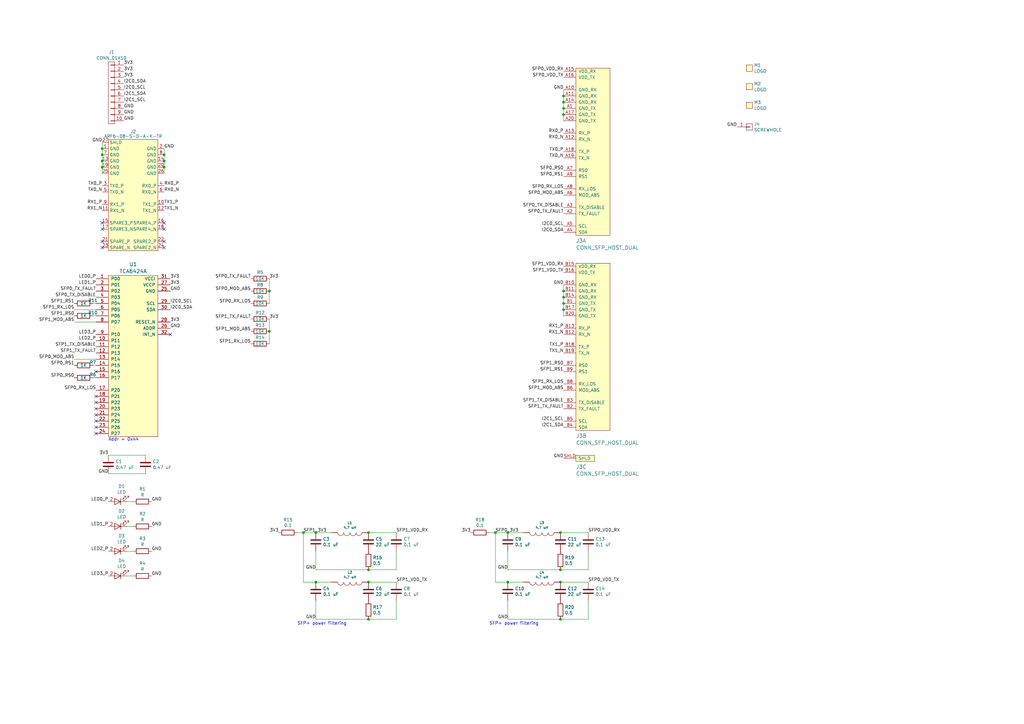
<source format=kicad_sch>
(kicad_sch (version 20231120) (generator "eeschema") (generator_version "8.0")
  (paper "A3")
  (title_block (title "Dual SFP28 to ARF6/PicoBlade") (date "2025-05-31") (rev "0.1") (company "Antikernel Labs") (comment 1 "Andrew D. Zonenberg"))
  (lib_symbols
    (symbol "conn:CONN_01X01" (pin_names (offset 1.016) hide)
      (property "Reference" "J" (at 0 2.54 0))
      (property "Value" "CONN_01X01" (at 2.54 0 90))
      (symbol "CONN_01X01_0_1"
        (rectangle (start -1.27 0.127) (end 0.254 -0.127))
        (rectangle (start -1.27 1.27) (end 1.27 -1.27))
      )
      (symbol "CONN_01X01_1_1"
        (pin passive line (at -5.08 0 0) (length 3.81) (name "P1") (number "1"))
      )
    )
    (symbol "conn:CONN_01X10" (pin_names (offset 1.016) hide)
      (property "Reference" "J" (at 0 13.97 0))
      (property "Value" "CONN_01X10" (at 2.54 0 90))
      (symbol "CONN_01X10_0_1"
        (rectangle (start -1.27 -11.303) (end 0.254 -11.557))
        (rectangle (start -1.27 -8.763) (end 0.254 -9.017))
        (rectangle (start -1.27 -6.223) (end 0.254 -6.477))
        (rectangle (start -1.27 -3.683) (end 0.254 -3.937))
        (rectangle (start -1.27 -1.143) (end 0.254 -1.397))
        (rectangle (start -1.27 1.397) (end 0.254 1.143))
        (rectangle (start -1.27 3.937) (end 0.254 3.683))
        (rectangle (start -1.27 6.477) (end 0.254 6.223))
        (rectangle (start -1.27 9.017) (end 0.254 8.763))
        (rectangle (start -1.27 11.557) (end 0.254 11.303))
        (rectangle (start -1.27 12.7) (end 1.27 -12.7))
      )
      (symbol "CONN_01X10_1_1"
        (pin passive line (at -5.08 11.43 0) (length 3.81) (name "P1") (number "1"))
        (pin passive line (at -5.08 -11.43 0) (length 3.81) (name "P10") (number "10"))
        (pin passive line (at -5.08 8.89 0) (length 3.81) (name "P2") (number "2"))
        (pin passive line (at -5.08 6.35 0) (length 3.81) (name "P3") (number "3"))
        (pin passive line (at -5.08 3.81 0) (length 3.81) (name "P4") (number "4"))
        (pin passive line (at -5.08 1.27 0) (length 3.81) (name "P5") (number "5"))
        (pin passive line (at -5.08 -1.27 0) (length 3.81) (name "P6") (number "6"))
        (pin passive line (at -5.08 -3.81 0) (length 3.81) (name "P7") (number "7"))
        (pin passive line (at -5.08 -6.35 0) (length 3.81) (name "P8") (number "8"))
        (pin passive line (at -5.08 -8.89 0) (length 3.81) (name "P9") (number "9"))
      )
    )
    (symbol "device:C" (pin_numbers hide) (pin_names (offset 0.254))
      (property "Reference" "C" (at 0.635 2.54 0))
      (property "Value" "C" (at 0.635 -2.54 0))
      (symbol "C_0_1"
        (polyline (pts (xy -2.032 -0.762) (xy 2.032 -0.762)) (stroke (width 0.508)))
        (polyline (pts (xy -2.032 0.762) (xy 2.032 0.762)) (stroke (width 0.508)))
      )
      (symbol "C_1_1"
        (pin passive line (at 0 3.81 270) (length 2.794) (name "~") (number "1"))
        (pin passive line (at 0 -3.81 90) (length 2.794) (name "~") (number "2"))
      )
    )
    (symbol "device:LED" (pin_names (offset 1.016) hide)
      (property "Reference" "D" (at 0 2.54 0))
      (property "Value" "LED" (at 0 -2.54 0))
      (symbol "LED_0_1"
        (polyline (pts (xy -1.27 -1.27) (xy -1.27 1.27)) (stroke (width 0.2032)))
        (polyline (pts (xy -1.27 0) (xy 1.27 0)))
        (polyline (pts (xy 1.27 -1.27) (xy 1.27 1.27) (xy -1.27 0) (xy 1.27 -1.27)) (stroke (width 0.2032)))
        (polyline (pts (xy -3.048 -0.762) (xy -4.572 -2.286) (xy -3.81 -2.286) (xy -4.572 -2.286) (xy -4.572 -1.524)))
        (polyline (pts (xy -1.778 -0.762) (xy -3.302 -2.286) (xy -2.54 -2.286) (xy -3.302 -2.286) (xy -3.302 -1.524)))
      )
      (symbol "LED_1_1"
        (pin passive line (at -3.81 0 0) (length 2.54) (name "K") (number "1"))
        (pin passive line (at 3.81 0 180) (length 2.54) (name "A") (number "2"))
      )
    )
    (symbol "device:R" (pin_numbers hide) (pin_names (offset 0))
      (property "Reference" "R" (at 2.032 0 90))
      (property "Value" "R" (at 0 0 90))
      (symbol "R_0_1"
        (rectangle (start -1.016 -2.54) (end 1.016 2.54) (stroke (width 0.254)))
      )
      (symbol "R_1_1"
        (pin passive line (at 0 3.81 270) (length 1.27) (name "~") (number "1"))
        (pin passive line (at 0 -3.81 90) (length 1.27) (name "~") (number "2"))
      )
    )
    (symbol "passive-azonenberg:INDUCTOR_PWROUT" (pin_numbers hide) (pin_names (offset 1.016) hide)
      (property "Reference" "L" (at -1.27 0 90))
      (property "Value" "INDUCTOR_PWROUT" (at 2.54 0 90))
      (symbol "INDUCTOR_PWROUT_0_1"
        (arc (start 0.0254 -5.0546) (mid 1.245 -3.7973) (end 0.0254 -2.54))
        (arc (start 0.0254 -2.5146) (mid 1.2704 -1.2319) (end 0.0254 0.0508))
        (arc (start 0.0254 0.0254) (mid 1.2704 1.3081) (end 0.0254 2.5908))
        (arc (start 0.0254 2.5654) (mid 1.1942 3.7719) (end 0.0254 4.9784))
      )
      (symbol "INDUCTOR_PWROUT_1_1"
        (pin power_out line (at 0 7.62 270) (length 2.54) (name "1") (number "1"))
        (pin passive line (at 0 -7.62 90) (length 2.54) (name "2") (number "2"))
      )
    )
    (symbol "special-azonenberg:CONN_LATENTRED_SFP28_HS_DEVICE"
      (property "Reference" "J" (at 0 -1.27 0))
      (property "Value" "ARF6-08-S-D-A-K-TR" (at 2.794 -5.334 0))
      (symbol "CONN_LATENTRED_SFP28_HS_DEVICE_1_1"
        (rectangle (start 0 45.72) (end 20.32 0) (fill (type background)))
        (pin power_in line (at -2.54 41.91 0) (length 2.54) (name "GND") (number "1"))
        (pin output line (at 22.86 19.05 180) (length 2.54) (name "TX1_P") (number "10"))
        (pin input line (at -2.54 16.51 0) (length 2.54) (name "RX1_N") (number "11"))
        (pin output line (at 22.86 16.51 180) (length 2.54) (name "TX1_N") (number "12"))
        (pin power_in line (at -2.54 36.83 0) (length 2.54) (name "GND") (number "13"))
        (pin power_in line (at 22.86 36.83 180) (length 2.54) (name "GND") (number "14"))
        (pin output line (at -2.54 11.43 0) (length 2.54) (name "SPARE3_P") (number "15"))
        (pin input line (at 22.86 11.43 180) (length 2.54) (name "SPARE4_P") (number "16"))
        (pin output line (at -2.54 8.89 0) (length 2.54) (name "SPARE3_N") (number "17"))
        (pin input line (at 22.86 8.89 180) (length 2.54) (name "SPARE4_N") (number "18"))
        (pin power_in line (at -2.54 34.29 0) (length 2.54) (name "GND") (number "19"))
        (pin power_in line (at 22.86 41.91 180) (length 2.54) (name "GND") (number "2"))
        (pin power_in line (at 22.86 34.29 180) (length 2.54) (name "GND") (number "20"))
        (pin output line (at -2.54 3.81 0) (length 2.54) (name "SPARE_P") (number "21"))
        (pin input line (at 22.86 3.81 180) (length 2.54) (name "SPARE2_P") (number "22"))
        (pin output line (at -2.54 1.27 0) (length 2.54) (name "SPARE_N") (number "23"))
        (pin input line (at 22.86 1.27 180) (length 2.54) (name "SPARE2_N") (number "24"))
        (pin power_in line (at -2.54 31.75 0) (length 2.54) (name "GND") (number "25"))
        (pin power_in line (at 22.86 31.75 180) (length 2.54) (name "GND") (number "26"))
        (pin power_in line (at -2.54 44.45 0) (length 2.54) (name "SHLD") (number "27"))
        (pin output line (at -2.54 26.67 0) (length 2.54) (name "TX0_P") (number "3"))
        (pin input line (at 22.86 26.67 180) (length 2.54) (name "RX0_P") (number "4"))
        (pin output line (at -2.54 24.13 0) (length 2.54) (name "TX0_N") (number "5"))
        (pin input line (at 22.86 24.13 180) (length 2.54) (name "RX0_N") (number "6"))
        (pin power_in line (at -2.54 39.37 0) (length 2.54) (name "GND") (number "7"))
        (pin power_in line (at 22.86 39.37 180) (length 2.54) (name "GND") (number "8"))
        (pin input line (at -2.54 19.05 0) (length 2.54) (name "RX1_P") (number "9"))
      )
    )
    (symbol "special-azonenberg:CONN_SFP_HOST_DUAL" (pin_names (offset 1.016))
      (property "Reference" "J" (at 0 -1.27 0))
      (property "Value" "CONN_SFP_HOST_DUAL" (at 0 -3.81 0))
      (symbol "CONN_SFP_HOST_DUAL_1_1"
        (rectangle (start 0 68.58) (end 13.97 0) (fill (type background)))
        (pin power_in line (at -5.08 52.07 0) (length 5.08) (name "GND_TX") (number "A1"))
        (pin power_in line (at -5.08 59.69 0) (length 5.08) (name "GND_RX") (number "A10"))
        (pin power_in line (at -5.08 57.15 0) (length 5.08) (name "GND_RX") (number "A11"))
        (pin output line (at -5.08 39.37 0) (length 5.08) (name "RX_N") (number "A12"))
        (pin output line (at -5.08 41.91 0) (length 5.08) (name "RX_P") (number "A13"))
        (pin power_in line (at -5.08 54.61 0) (length 5.08) (name "GND_RX") (number "A14"))
        (pin power_in line (at -5.08 67.31 0) (length 5.08) (name "VDD_RX") (number "A15"))
        (pin power_in line (at -5.08 64.77 0) (length 5.08) (name "VDD_TX") (number "A16"))
        (pin power_in line (at -5.08 49.53 0) (length 5.08) (name "GND_TX") (number "A17"))
        (pin input line (at -5.08 34.29 0) (length 5.08) (name "TX_P") (number "A18"))
        (pin input line (at -5.08 31.75 0) (length 5.08) (name "TX_N") (number "A19"))
        (pin output line (at -5.08 8.89 0) (length 5.08) (name "TX_FAULT") (number "A2"))
        (pin power_in line (at -5.08 46.99 0) (length 5.08) (name "GND_TX") (number "A20"))
        (pin input line (at -5.08 11.43 0) (length 5.08) (name "TX_DISABLE") (number "A3"))
        (pin bidirectional line (at -5.08 1.27 0) (length 5.08) (name "SDA") (number "A4"))
        (pin input line (at -5.08 3.81 0) (length 5.08) (name "SCL") (number "A5"))
        (pin output line (at -5.08 16.51 0) (length 5.08) (name "MOD_ABS") (number "A6"))
        (pin input line (at -5.08 26.67 0) (length 5.08) (name "RS0") (number "A7"))
        (pin output line (at -5.08 19.05 0) (length 5.08) (name "RX_LOS") (number "A8"))
        (pin input line (at -5.08 24.13 0) (length 5.08) (name "RS1") (number "A9"))
      )
      (symbol "CONN_SFP_HOST_DUAL_2_1"
        (rectangle (start 0 68.58) (end 13.97 0) (fill (type background)))
        (pin power_in line (at -5.08 52.07 0) (length 5.08) (name "GND_TX") (number "B1"))
        (pin power_in line (at -5.08 59.69 0) (length 5.08) (name "GND_RX") (number "B10"))
        (pin power_in line (at -5.08 57.15 0) (length 5.08) (name "GND_RX") (number "B11"))
        (pin output line (at -5.08 39.37 0) (length 5.08) (name "RX_N") (number "B12"))
        (pin output line (at -5.08 41.91 0) (length 5.08) (name "RX_P") (number "B13"))
        (pin power_in line (at -5.08 54.61 0) (length 5.08) (name "GND_RX") (number "B14"))
        (pin power_in line (at -5.08 67.31 0) (length 5.08) (name "VDD_RX") (number "B15"))
        (pin power_in line (at -5.08 64.77 0) (length 5.08) (name "VDD_TX") (number "B16"))
        (pin power_in line (at -5.08 49.53 0) (length 5.08) (name "GND_TX") (number "B17"))
        (pin input line (at -5.08 34.29 0) (length 5.08) (name "TX_P") (number "B18"))
        (pin input line (at -5.08 31.75 0) (length 5.08) (name "TX_N") (number "B19"))
        (pin output line (at -5.08 8.89 0) (length 5.08) (name "TX_FAULT") (number "B2"))
        (pin power_in line (at -5.08 46.99 0) (length 5.08) (name "GND_TX") (number "B20"))
        (pin input line (at -5.08 11.43 0) (length 5.08) (name "TX_DISABLE") (number "B3"))
        (pin bidirectional line (at -5.08 1.27 0) (length 5.08) (name "SDA") (number "B4"))
        (pin input line (at -5.08 3.81 0) (length 5.08) (name "SCL") (number "B5"))
        (pin output line (at -5.08 16.51 0) (length 5.08) (name "MOD_ABS") (number "B6"))
        (pin input line (at -5.08 26.67 0) (length 5.08) (name "RS0") (number "B7"))
        (pin output line (at -5.08 19.05 0) (length 5.08) (name "RX_LOS") (number "B8"))
        (pin input line (at -5.08 24.13 0) (length 5.08) (name "RS1") (number "B9"))
      )
      (symbol "CONN_SFP_HOST_DUAL_3_1"
        (rectangle (start 0 2.54) (end 7.62 0) (fill (type background)))
        (pin power_in line (at -5.08 1.27 0) (length 5.08) (name "SHLD") (number "SHLD"))
      )
    )
    (symbol "special-azonenberg:MECHANICAL" (pin_names (offset 1.016))
      (property "Reference" "M" (at 0 -2.54 0))
      (property "Value" "MECHANICAL" (at 0 -5.08 0))
      (symbol "MECHANICAL_0_1"
        (rectangle (start 0 1.27) (end 2.54 -1.27) (fill (type background)))
      )
    )
    (symbol "special-azonenberg:TCA6424A" (pin_names (offset 1.016))
      (property "Reference" "U" (at 0 -1.27 0))
      (property "Value" "TCA6424A" (at 0 -3.81 0))
      (symbol "TCA6424A_0_1"
        (rectangle (start 0 66.04) (end 20.32 0) (fill (type background)))
      )
      (symbol "TCA6424A_1_1"
        (pin bidirectional line (at -5.08 64.77 0) (length 5.08) (name "P00") (number "1"))
        (pin bidirectional line (at -5.08 39.37 0) (length 5.08) (name "P11") (number "10"))
        (pin bidirectional line (at -5.08 36.83 0) (length 5.08) (name "P12") (number "11"))
        (pin bidirectional line (at -5.08 34.29 0) (length 5.08) (name "P13") (number "12"))
        (pin bidirectional line (at -5.08 31.75 0) (length 5.08) (name "P14") (number "13"))
        (pin bidirectional line (at -5.08 29.21 0) (length 5.08) (name "P15") (number "14"))
        (pin bidirectional line (at -5.08 26.67 0) (length 5.08) (name "P16") (number "15"))
        (pin bidirectional line (at -5.08 24.13 0) (length 5.08) (name "P17") (number "16"))
        (pin bidirectional line (at -5.08 19.05 0) (length 5.08) (name "P20") (number "17"))
        (pin bidirectional line (at -5.08 16.51 0) (length 5.08) (name "P21") (number "18"))
        (pin bidirectional line (at -5.08 13.97 0) (length 5.08) (name "P22") (number "19"))
        (pin bidirectional line (at -5.08 62.23 0) (length 5.08) (name "P01") (number "2"))
        (pin bidirectional line (at -5.08 11.43 0) (length 5.08) (name "P23") (number "20"))
        (pin bidirectional line (at -5.08 8.89 0) (length 5.08) (name "P24") (number "21"))
        (pin bidirectional line (at -5.08 6.35 0) (length 5.08) (name "P25") (number "22"))
        (pin bidirectional line (at -5.08 3.81 0) (length 5.08) (name "P26") (number "23"))
        (pin bidirectional line (at -5.08 1.27 0) (length 5.08) (name "P27") (number "24"))
        (pin power_in line (at 25.4 59.69 180) (length 5.08) (name "GND") (number "25"))
        (pin input line (at 25.4 44.45 180) (length 5.08) (name "ADDR") (number "26"))
        (pin power_in line (at 25.4 62.23 180) (length 5.08) (name "VCCP") (number "27"))
        (pin input line (at 25.4 46.99 180) (length 5.08) (name "RESET_N") (number "28"))
        (pin input line (at 25.4 54.61 180) (length 5.08) (name "SCL") (number "29"))
        (pin bidirectional line (at -5.08 59.69 0) (length 5.08) (name "P02") (number "3"))
        (pin bidirectional line (at 25.4 52.07 180) (length 5.08) (name "SDA") (number "30"))
        (pin power_in line (at 25.4 64.77 180) (length 5.08) (name "VCCI") (number "31"))
        (pin open_collector line (at 25.4 41.91 180) (length 5.08) (name "INT_N") (number "32"))
        (pin bidirectional line (at -5.08 57.15 0) (length 5.08) (name "P03") (number "4"))
        (pin bidirectional line (at -5.08 54.61 0) (length 5.08) (name "P04") (number "5"))
        (pin bidirectional line (at -5.08 52.07 0) (length 5.08) (name "P05") (number "6"))
        (pin bidirectional line (at -5.08 49.53 0) (length 5.08) (name "P06") (number "7"))
        (pin bidirectional line (at -5.08 46.99 0) (length 5.08) (name "P07") (number "8"))
        (pin bidirectional line (at -5.08 41.91 0) (length 5.08) (name "P10") (number "9"))
      )
    )
  )
  (junction (at 67.31 66.04))
  (junction (at 151.13 218.44))
  (junction (at 229.87 233.68))
  (junction (at 231.14 44.45))
  (junction (at 208.28 238.76))
  (junction (at 67.31 68.58))
  (junction (at 231.14 124.46))
  (junction (at 110.49 135.89))
  (junction (at 41.91 63.5))
  (junction (at 229.87 238.76))
  (junction (at 67.31 63.5))
  (junction (at 229.87 218.44))
  (junction (at 231.14 41.91))
  (junction (at 208.28 218.44))
  (junction (at 124.46 218.44))
  (junction (at 129.54 238.76))
  (junction (at 231.14 46.99))
  (junction (at 231.14 127))
  (junction (at 151.13 233.68))
  (junction (at 41.91 60.96))
  (junction (at 203.2 218.44))
  (junction (at 231.14 39.37))
  (junction (at 151.13 254))
  (junction (at 41.91 68.58))
  (junction (at 151.13 238.76))
  (junction (at 231.14 119.38))
  (junction (at 41.91 66.04))
  (junction (at 229.87 254))
  (junction (at 231.14 121.92))
  (junction (at 129.54 218.44))
  (junction (at 110.49 119.38))
  (no_connect (at 39.37 175.26))
  (no_connect (at 39.37 167.64))
  (no_connect (at 41.91 91.44))
  (no_connect (at 67.31 101.6))
  (no_connect (at 69.85 137.16))
  (no_connect (at 41.91 93.98))
  (no_connect (at 67.31 91.44))
  (no_connect (at 39.37 162.56))
  (no_connect (at 67.31 93.98))
  (no_connect (at 67.31 99.06))
  (no_connect (at 41.91 99.06))
  (no_connect (at 41.91 101.6))
  (no_connect (at 39.37 170.18))
  (no_connect (at 39.37 177.8))
  (no_connect (at 39.37 165.1))
  (no_connect (at 39.37 152.4))
  (no_connect (at 39.37 172.72))
  (wire (pts (xy 30.48 127) (xy 39.37 127)))
  (wire (pts (xy 229.87 218.44) (xy 241.3 218.44)))
  (wire (pts (xy 231.14 46.99) (xy 231.14 49.53)))
  (wire (pts (xy 229.87 233.68) (xy 208.28 233.68)))
  (wire (pts (xy 229.87 254) (xy 208.28 254)))
  (wire (pts (xy 231.14 119.38) (xy 231.14 121.92)))
  (wire (pts (xy 231.14 124.46) (xy 231.14 127)))
  (wire (pts (xy 151.13 254) (xy 129.54 254)))
  (wire (pts (xy 208.28 233.68) (xy 208.28 226.06)))
  (wire (pts (xy 67.31 60.96) (xy 67.31 63.5)))
  (wire (pts (xy 44.45 186.69) (xy 59.69 186.69)))
  (wire (pts (xy 203.2 218.44) (xy 208.28 218.44)))
  (wire (pts (xy 241.3 226.06) (xy 241.3 233.68)))
  (wire (pts (xy 231.14 121.92) (xy 231.14 124.46)))
  (wire (pts (xy 162.56 226.06) (xy 162.56 233.68)))
  (wire (pts (xy 241.3 233.68) (xy 229.87 233.68)))
  (wire (pts (xy 203.2 238.76) (xy 208.28 238.76)))
  (wire (pts (xy 124.46 238.76) (xy 129.54 238.76)))
  (wire (pts (xy 67.31 68.58) (xy 67.31 71.12)))
  (wire (pts (xy 162.56 233.68) (xy 151.13 233.68)))
  (wire (pts (xy 110.49 135.89) (xy 110.49 140.97)))
  (wire (pts (xy 52.07 226.06) (xy 54.61 226.06)))
  (wire (pts (xy 231.14 127) (xy 231.14 129.54)))
  (wire (pts (xy 129.54 238.76) (xy 135.89 238.76)))
  (wire (pts (xy 241.3 254) (xy 229.87 254)))
  (wire (pts (xy 38.1 124.46) (xy 39.37 124.46)))
  (wire (pts (xy 52.07 215.9) (xy 54.61 215.9)))
  (wire (pts (xy 151.13 233.68) (xy 129.54 233.68)))
  (wire (pts (xy 110.49 119.38) (xy 110.49 124.46)))
  (wire (pts (xy 41.91 60.96) (xy 41.91 63.5)))
  (wire (pts (xy 241.3 246.38) (xy 241.3 254)))
  (wire (pts (xy 110.49 130.81) (xy 110.49 135.89)))
  (wire (pts (xy 67.31 66.04) (xy 67.31 68.58)))
  (wire (pts (xy 124.46 218.44) (xy 129.54 218.44)))
  (wire (pts (xy 41.91 63.5) (xy 41.91 66.04)))
  (wire (pts (xy 208.28 238.76) (xy 214.63 238.76)))
  (wire (pts (xy 124.46 218.44) (xy 124.46 238.76)))
  (wire (pts (xy 208.28 218.44) (xy 214.63 218.44)))
  (wire (pts (xy 229.87 238.76) (xy 241.3 238.76)))
  (wire (pts (xy 52.07 205.74) (xy 54.61 205.74)))
  (wire (pts (xy 231.14 39.37) (xy 231.14 41.91)))
  (wire (pts (xy 231.14 41.91) (xy 231.14 44.45)))
  (wire (pts (xy 231.14 44.45) (xy 231.14 46.99)))
  (wire (pts (xy 203.2 218.44) (xy 203.2 238.76)))
  (wire (pts (xy 41.91 66.04) (xy 41.91 68.58)))
  (wire (pts (xy 38.1 149.86) (xy 39.37 149.86)))
  (wire (pts (xy 129.54 233.68) (xy 129.54 226.06)))
  (wire (pts (xy 231.14 116.84) (xy 231.14 119.38)))
  (wire (pts (xy 41.91 68.58) (xy 41.91 71.12)))
  (wire (pts (xy 110.49 114.3) (xy 110.49 119.38)))
  (wire (pts (xy 231.14 36.83) (xy 231.14 39.37)))
  (wire (pts (xy 38.1 129.54) (xy 39.37 129.54)))
  (wire (pts (xy 121.92 218.44) (xy 124.46 218.44)))
  (wire (pts (xy 44.45 194.31) (xy 59.69 194.31)))
  (wire (pts (xy 38.1 154.94) (xy 39.37 154.94)))
  (wire (pts (xy 151.13 238.76) (xy 162.56 238.76)))
  (wire (pts (xy 67.31 63.5) (xy 67.31 66.04)))
  (wire (pts (xy 52.07 236.22) (xy 54.61 236.22)))
  (wire (pts (xy 129.54 254) (xy 129.54 246.38)))
  (wire (pts (xy 41.91 58.42) (xy 41.91 60.96)))
  (wire (pts (xy 162.56 246.38) (xy 162.56 254)))
  (wire (pts (xy 208.28 254) (xy 208.28 246.38)))
  (wire (pts (xy 30.48 147.32) (xy 39.37 147.32)))
  (wire (pts (xy 200.66 218.44) (xy 203.2 218.44)))
  (wire (pts (xy 129.54 218.44) (xy 135.89 218.44)))
  (wire (pts (xy 151.13 218.44) (xy 162.56 218.44)))
  (wire (pts (xy 30.48 132.08) (xy 39.37 132.08)))
  (wire (pts (xy 162.56 254) (xy 151.13 254)))
  (text "SFP+ power filtering" (at 200.66 256.54 0) (effects (font (size 1.27 1.27)) (justify left bottom)))
  (text "SFP+ power filtering" (at 121.92 256.54 0) (effects (font (size 1.27 1.27)) (justify left bottom)))
  (text "Addr = 0x44" (at 44.45 180.34 0) (effects (font (size 1.27 1.27)) (justify left)))
  (label "3V3" (at 110.49 130.81 0))
  (label "SFP0_RX_LOS" (at 39.37 160.02 180))
  (label "LED0_P" (at 39.37 114.3 180))
  (label "GND" (at 302.26 52.07 180))
  (label "TX1_N" (at 67.31 86.36 0))
  (label "GND" (at 69.85 134.62 0))
  (label "3V3" (at 50.8 29.21 0))
  (label "I2C0_SCL" (at 69.85 124.46 0))
  (label "I2C1_SCL" (at 50.8 41.91 0))
  (label "SFP1_RX_LOS" (at 30.48 127 180))
  (label "GND" (at 62.23 215.9 0))
  (label "I2C0_SDA" (at 50.8 34.29 0))
  (label "GND" (at 50.8 44.45 0))
  (label "RX1_P" (at 231.14 134.62 180))
  (label "SFP1_VDD_TX" (at 162.56 238.76 0))
  (label "GND" (at 231.14 36.83 180))
  (label "RX1_N" (at 41.91 86.36 180))
  (label "LED2_P" (at 44.45 226.06 180))
  (label "3V3" (at 50.8 31.75 0))
  (label "TX0_N" (at 41.91 78.74 180))
  (label "TX1_P" (at 67.31 83.82 0))
  (label "I2C1_SDA" (at 231.14 175.26 180))
  (label "SFP0_TX_DISABLE" (at 231.14 85.09 180))
  (label "SFP1_MOD_ABS" (at 231.14 160.02 180))
  (label "SFP0_MOD_ABS" (at 30.48 147.32 180))
  (label "RX0_P" (at 67.31 76.2 0))
  (label "3V3" (at 69.85 116.84 0))
  (label "SFP1_VDD_RX" (at 162.56 218.44 0))
  (label "SFP1_MOD_ABS" (at 30.48 132.08 180))
  (label "SFP1_3V3" (at 124.46 218.44 0))
  (label "LED0_P" (at 44.45 205.74 180))
  (label "LED2_P" (at 39.37 139.7 180))
  (label "RX0_P" (at 231.14 54.61 180))
  (label "3V3" (at 50.8 26.67 0))
  (label "3V3" (at 44.45 186.69 180))
  (label "GND" (at 62.23 205.74 0))
  (label "GND" (at 208.28 233.68 180))
  (label "SFP0_3V3" (at 203.2 218.44 0))
  (label "SFP1_RS1" (at 231.14 152.4 180))
  (label "SFP1_TX_FAULT" (at 102.87 130.81 180))
  (label "TX0_P" (at 231.14 62.23 180))
  (label "3V3" (at 69.85 114.3 0))
  (label "GND" (at 62.23 226.06 0))
  (label "I2C0_SDA" (at 231.14 95.25 180))
  (label "RX1_P" (at 41.91 83.82 180))
  (label "GND" (at 231.14 116.84 180))
  (label "SFP0_MOD_ABS" (at 102.87 119.38 180))
  (label "I2C0_SCL" (at 50.8 36.83 0))
  (label "GND" (at 41.91 58.42 180))
  (label "SFP0_RS0" (at 30.48 154.94 180))
  (label "SFP0_VDD_TX" (at 241.3 238.76 0))
  (label "3V3" (at 69.85 132.08 0))
  (label "I2C0_SCL" (at 231.14 92.71 180))
  (label "GND" (at 231.14 187.96 180))
  (label "SFP0_TX_DISABLE" (at 39.37 121.92 180))
  (label "GND" (at 67.31 60.96 0))
  (label "SFP1_RS0" (at 30.48 129.54 180))
  (label "TX1_N" (at 231.14 144.78 180))
  (label "I2C1_SCL" (at 231.14 172.72 180))
  (label "LED1_P" (at 39.37 116.84 180))
  (label "3V3" (at 110.49 114.3 0))
  (label "I2C0_SDA" (at 69.85 127 0))
  (label "RX0_N" (at 67.31 78.74 0))
  (label "TX1_P" (at 231.14 142.24 180))
  (label "GND" (at 129.54 233.68 180))
  (label "SFP1_RX_LOS" (at 231.14 157.48 180))
  (label "SFP0_VDD_RX" (at 231.14 29.21 180))
  (label "3V3" (at 193.04 218.44 180))
  (label "SFP0_TX_FAULT" (at 102.87 114.3 180))
  (label "TX0_P" (at 41.91 76.2 180))
  (label "GND" (at 44.45 194.31 180))
  (label "SFP0_RS1" (at 30.48 149.86 180))
  (label "SFP1_TX_FAULT" (at 39.37 144.78 180))
  (label "SFP0_RX_LOS" (at 231.14 77.47 180))
  (label "GND" (at 50.8 49.53 0))
  (label "SFP1_RX_LOS" (at 102.87 140.97 180))
  (label "GND" (at 208.28 254 180))
  (label "SFP0_VDD_RX" (at 241.3 218.44 0))
  (label "GND" (at 50.8 46.99 0))
  (label "RX0_N" (at 231.14 57.15 180))
  (label "LED3_P" (at 44.45 236.22 180))
  (label "SFP0_MOD_ABS" (at 231.14 80.01 180))
  (label "SFP1_VDD_TX" (at 231.14 111.76 180))
  (label "LED1_P" (at 44.45 215.9 180))
  (label "SFP0_VDD_TX" (at 231.14 31.75 180))
  (label "SFP1_RS1" (at 30.48 124.46 180))
  (label "SFP0_TX_FAULT" (at 39.37 119.38 180))
  (label "I2C1_SDA" (at 50.8 39.37 0))
  (label "SFP0_RX_LOS" (at 102.87 124.46 180))
  (label "GND" (at 62.23 236.22 0))
  (label "SFP1_VDD_RX" (at 231.14 109.22 180))
  (label "SFP0_RS0" (at 231.14 69.85 180))
  (label "SFP1_TX_DISABLE" (at 39.37 142.24 180))
  (label "SFP0_TX_FAULT" (at 231.14 87.63 180))
  (label "SFP1_MOD_ABS" (at 102.87 135.89 180))
  (label "LED3_P" (at 39.37 137.16 180))
  (label "SFP1_TX_FAULT" (at 231.14 167.64 180))
  (label "SFP1_TX_DISABLE" (at 231.14 165.1 180))
  (label "GND" (at 69.85 119.38 0))
  (label "3V3" (at 114.3 218.44 180))
  (label "GND" (at 129.54 254 180))
  (label "SFP1_RS0" (at 231.14 149.86 180))
  (label "RX1_N" (at 231.14 137.16 180))
  (label "TX0_N" (at 231.14 64.77 180))
  (label "SFP0_RS1" (at 231.14 72.39 180))
  (symbol (lib_id "passive-azonenberg:INDUCTOR_PWROUT") (at 222.25 238.76 270) (unit 1)
    (property "Reference" "L4" (at 222.25 234.7468 90) (effects (font (size 1.016 1.016))))
    (property "Value" "4.7 uH" (at 222.25 236.6772 90) (effects (font (size 1.016 1.016))))
    (property "Footprint" "azonenberg_pcb:EIA_0805_INDUCTOR_NOSILK" (effects (hide yes)))
  )
  (symbol (lib_id "device:C") (at 129.54 222.25 0) (unit 1)
    (property "Reference" "C3" (at 132.461 221.0816 0) (effects (justify left)))
    (property "Value" "0.1 uF" (at 132.461 223.393 0) (effects (justify left)))
    (property "Footprint" "azonenberg_pcb:EIA_0402_CAP_NOSILK" (effects (hide yes)))
  )
  (symbol (lib_id "device:R") (at 106.68 114.3 90) (unit 1)
    (property "Reference" "R5" (at 106.68 111.76 90))
    (property "Value" "10K" (at 106.68 114.3 90))
    (property "Footprint" "azonenberg_pcb:EIA_0402_RES_NOSILK" (effects (hide yes)))
    (property "Description" "Resistor" (effects (hide yes)))
  )
  (symbol (lib_id "device:R") (at 58.42 215.9 90) (unit 1)
    (property "Reference" "R2" (at 58.42 210.7395 90))
    (property "Value" "R" (at 58.42 213.1638 90))
    (property "Footprint" "azonenberg_pcb:EIA_0402_RES_NOSILK" (effects (hide yes)))
    (property "Description" "Resistor" (effects (hide yes)))
  )
  (symbol (lib_id "special-azonenberg:CONN_LATENTRED_SFP28_HS_DEVICE") (at 44.45 102.87 0) (unit 1)
    (property "Reference" "J2" (at 54.61 53.975 0))
    (property "Value" "ARF6-08-S-D-A-K-TR" (at 54.61 55.88 0))
    (property "Footprint" "azonenberg_pcb:CONN_SAMTEC_ARF6-08-S-D-A-K-TR" (effects (hide yes)))
  )
  (symbol (lib_id "special-azonenberg:MECHANICAL") (at 306.07 27.94 0) (unit 1)
    (property "Reference" "M1" (at 309.245 26.7278 0) (effects (justify left)))
    (property "Value" "LOGO" (at 309.245 29.1521 0) (effects (justify left)))
    (property "Footprint" "azonenberg_pcb:LONGTHING-1200DPI" (effects (hide yes)))
  )
  (symbol (lib_id "device:R") (at 106.68 119.38 90) (unit 1)
    (property "Reference" "R8" (at 106.68 116.84 90))
    (property "Value" "10K" (at 106.68 119.38 90))
    (property "Footprint" "azonenberg_pcb:EIA_0402_RES_NOSILK" (effects (hide yes)))
    (property "Description" "Resistor" (effects (hide yes)))
  )
  (symbol (lib_id "device:R") (at 196.85 218.44 270) (unit 1)
    (property "Reference" "R18" (at 196.85 213.1822 90))
    (property "Value" "0.1" (at 196.85 215.4936 90))
    (property "Footprint" "azonenberg_pcb:EIA_0402_RES_NOSILK" (effects (hide yes)))
  )
  (symbol (lib_id "device:C") (at 229.87 222.25 0) (unit 1)
    (property "Reference" "C11" (at 232.791 221.0816 0) (effects (justify left)))
    (property "Value" "22 uF" (at 232.791 223.393 0) (effects (justify left)))
    (property "Footprint" "azonenberg_pcb:EIA_0805_CAP_NOSILK" (effects (hide yes)))
  )
  (symbol (lib_id "device:C") (at 162.56 242.57 0) (unit 1)
    (property "Reference" "C8" (at 165.481 241.4016 0) (effects (justify left)))
    (property "Value" "0.1 uF" (at 165.481 243.713 0) (effects (justify left)))
    (property "Footprint" "azonenberg_pcb:EIA_0402_CAP_NOSILK" (effects (hide yes)))
  )
  (symbol (lib_id "device:R") (at 34.29 124.46 90) (unit 1)
    (property "Reference" "R11" (at 38.1 123.19 90))
    (property "Value" "1K" (at 34.29 124.46 90))
    (property "Footprint" "azonenberg_pcb:EIA_0402_RES_NOSILK" (effects (hide yes)))
    (property "Description" "Resistor" (effects (hide yes)))
  )
  (symbol (lib_id "device:R") (at 106.68 124.46 90) (unit 1)
    (property "Reference" "R9" (at 106.68 121.92 90))
    (property "Value" "10K" (at 106.68 124.46 90))
    (property "Footprint" "azonenberg_pcb:EIA_0402_RES_NOSILK" (effects (hide yes)))
    (property "Description" "Resistor" (effects (hide yes)))
  )
  (symbol (lib_id "device:LED") (at 48.26 236.22 180) (unit 1)
    (property "Reference" "D4" (at 49.8602 229.9165 0))
    (property "Value" "LED" (at 49.8602 232.3408 0))
    (property "Footprint" "azonenberg_pcb:EIA_0402_LED" (effects (hide yes)))
    (property "Description" "LED generic" (effects (hide yes)))
  )
  (symbol (lib_id "device:C") (at 162.56 222.25 0) (unit 1)
    (property "Reference" "C7" (at 165.481 221.0816 0) (effects (justify left)))
    (property "Value" "0.1 uF" (at 165.481 223.393 0) (effects (justify left)))
    (property "Footprint" "azonenberg_pcb:EIA_0402_CAP_NOSILK" (effects (hide yes)))
  )
  (symbol (lib_id "conn:CONN_01X01") (at 307.34 52.07 0) (unit 1)
    (property "Reference" "J4" (at 309.245 50.8578 0) (effects (justify left)))
    (property "Value" "SCREWHOLE" (at 309.245 53.2821 0) (effects (justify left)))
    (property "Footprint" "azonenberg_pcb:MECHANICAL_CLEARANCEHOLE_4_40" (effects (hide yes)))
    (property "Description" "Connector, single row, 01x01, pin header" (effects (hide yes)))
  )
  (symbol (lib_id "device:C") (at 241.3 222.25 0) (unit 1)
    (property "Reference" "C13" (at 244.221 221.0816 0) (effects (justify left)))
    (property "Value" "0.1 uF" (at 244.221 223.393 0) (effects (justify left)))
    (property "Footprint" "azonenberg_pcb:EIA_0402_CAP_NOSILK" (effects (hide yes)))
  )
  (symbol (lib_id "passive-azonenberg:INDUCTOR_PWROUT") (at 143.51 218.44 270) (unit 1)
    (property "Reference" "L1" (at 143.51 214.4268 90) (effects (font (size 1.016 1.016))))
    (property "Value" "4.7 uH" (at 143.51 216.3572 90) (effects (font (size 1.016 1.016))))
    (property "Footprint" "azonenberg_pcb:EIA_0805_INDUCTOR_NOSILK" (effects (hide yes)))
  )
  (symbol (lib_id "device:C") (at 151.13 242.57 0) (unit 1)
    (property "Reference" "C6" (at 154.051 241.4016 0) (effects (justify left)))
    (property "Value" "22 uF" (at 154.051 243.713 0) (effects (justify left)))
    (property "Footprint" "azonenberg_pcb:EIA_0805_CAP_NOSILK" (effects (hide yes)))
  )
  (symbol (lib_id "device:R") (at 229.87 229.87 180) (unit 1)
    (property "Reference" "R19" (at 231.648 228.7016 0) (effects (justify right)))
    (property "Value" "0.5" (at 231.648 231.013 0) (effects (justify right)))
    (property "Footprint" "azonenberg_pcb:EIA_0402_RES_NOSILK" (effects (hide yes)))
  )
  (symbol (lib_id "special-azonenberg:MECHANICAL") (at 306.07 43.18 0) (unit 1)
    (property "Reference" "M3" (at 309.245 41.9678 0) (effects (justify left)))
    (property "Value" "LOGO" (at 309.245 44.3921 0) (effects (justify left)))
    (property "Footprint" "w_logo:Logo_silk_WEEE_3.4x5mm" (effects (hide yes)))
  )
  (symbol (lib_id "device:R") (at 106.68 135.89 90) (unit 1)
    (property "Reference" "R13" (at 106.68 133.35 90))
    (property "Value" "10K" (at 106.68 135.89 90))
    (property "Footprint" "azonenberg_pcb:EIA_0402_RES_NOSILK" (effects (hide yes)))
    (property "Description" "Resistor" (effects (hide yes)))
  )
  (symbol (lib_id "device:C") (at 241.3 242.57 0) (unit 1)
    (property "Reference" "C14" (at 244.221 241.4016 0) (effects (justify left)))
    (property "Value" "0.1 uF" (at 244.221 243.713 0) (effects (justify left)))
    (property "Footprint" "azonenberg_pcb:EIA_0402_CAP_NOSILK" (effects (hide yes)))
  )
  (symbol (lib_id "device:R") (at 151.13 250.19 180) (unit 1)
    (property "Reference" "R17" (at 152.908 249.0216 0) (effects (justify right)))
    (property "Value" "0.5" (at 152.908 251.333 0) (effects (justify right)))
    (property "Footprint" "azonenberg_pcb:EIA_0402_RES_NOSILK" (effects (hide yes)))
  )
  (symbol (lib_id "special-azonenberg:CONN_SFP_HOST_DUAL") (at 236.22 189.23 0) (unit 3)
    (property "Reference" "J3" (at 236.22 191.4771 0) (effects (font (size 1.524 1.524)) (justify left)))
    (property "Value" "CONN_SFP_HOST_DUAL" (at 236.22 194.31 0) (effects (font (size 1.524 1.524)) (justify left)))
    (property "Footprint" "azonenberg_pcb:CONN_ZSFP_DUAL_MOLEX_1712241011" (effects (hide yes)))
  )
  (symbol (lib_id "device:R") (at 34.29 129.54 90) (unit 1)
    (property "Reference" "R10" (at 38.1 128.27 90))
    (property "Value" "1K" (at 34.29 129.54 90))
    (property "Footprint" "azonenberg_pcb:EIA_0402_RES_NOSILK" (effects (hide yes)))
    (property "Description" "Resistor" (effects (hide yes)))
  )
  (symbol (lib_id "device:C") (at 59.69 190.5 0) (unit 1)
    (property "Reference" "C2" (at 62.611 189.2878 0) (effects (justify left)))
    (property "Value" "0.47 uF" (at 62.611 191.7121 0) (effects (justify left)))
    (property "Footprint" "azonenberg_pcb:EIA_0402_CAP_NOSILK" (effects (hide yes)))
    (property "Description" "Unpolarized capacitor" (effects (hide yes)))
  )
  (symbol (lib_id "device:R") (at 58.42 205.74 90) (unit 1)
    (property "Reference" "R1" (at 58.42 200.5795 90))
    (property "Value" "R" (at 58.42 203.0038 90))
    (property "Footprint" "azonenberg_pcb:EIA_0402_RES_NOSILK" (effects (hide yes)))
    (property "Description" "Resistor" (effects (hide yes)))
  )
  (symbol (lib_id "device:R") (at 229.87 250.19 180) (unit 1)
    (property "Reference" "R20" (at 231.648 249.0216 0) (effects (justify right)))
    (property "Value" "0.5" (at 231.648 251.333 0) (effects (justify right)))
    (property "Footprint" "azonenberg_pcb:EIA_0402_RES_NOSILK" (effects (hide yes)))
  )
  (symbol (lib_id "device:R") (at 151.13 229.87 180) (unit 1)
    (property "Reference" "R16" (at 152.908 228.7016 0) (effects (justify right)))
    (property "Value" "0.5" (at 152.908 231.013 0) (effects (justify right)))
    (property "Footprint" "azonenberg_pcb:EIA_0402_RES_NOSILK" (effects (hide yes)))
  )
  (symbol (lib_id "device:C") (at 151.13 222.25 0) (unit 1)
    (property "Reference" "C5" (at 154.051 221.0816 0) (effects (justify left)))
    (property "Value" "22 uF" (at 154.051 223.393 0) (effects (justify left)))
    (property "Footprint" "azonenberg_pcb:EIA_0805_CAP_NOSILK" (effects (hide yes)))
  )
  (symbol (lib_id "device:C") (at 208.28 242.57 0) (unit 1)
    (property "Reference" "C10" (at 211.201 241.4016 0) (effects (justify left)))
    (property "Value" "0.1 uF" (at 211.201 243.713 0) (effects (justify left)))
    (property "Footprint" "azonenberg_pcb:EIA_0402_CAP_NOSILK" (effects (hide yes)))
  )
  (symbol (lib_id "device:LED") (at 48.26 215.9 180) (unit 1)
    (property "Reference" "D2" (at 49.8602 209.5965 0))
    (property "Value" "LED" (at 49.8602 212.0208 0))
    (property "Footprint" "azonenberg_pcb:EIA_0402_LED" (effects (hide yes)))
    (property "Description" "LED generic" (effects (hide yes)))
  )
  (symbol (lib_id "device:R") (at 106.68 130.81 90) (unit 1)
    (property "Reference" "R12" (at 106.68 128.27 90))
    (property "Value" "10K" (at 106.68 130.81 90))
    (property "Footprint" "azonenberg_pcb:EIA_0402_RES_NOSILK" (effects (hide yes)))
    (property "Description" "Resistor" (effects (hide yes)))
  )
  (symbol (lib_id "device:R") (at 106.68 140.97 90) (unit 1)
    (property "Reference" "R14" (at 106.68 138.43 90))
    (property "Value" "10K" (at 106.68 140.97 90))
    (property "Footprint" "azonenberg_pcb:EIA_0402_RES_NOSILK" (effects (hide yes)))
    (property "Description" "Resistor" (effects (hide yes)))
  )
  (symbol (lib_id "device:R") (at 58.42 226.06 90) (unit 1)
    (property "Reference" "R3" (at 58.42 220.8995 90))
    (property "Value" "R" (at 58.42 223.3238 90))
    (property "Footprint" "azonenberg_pcb:EIA_0402_RES_NOSILK" (effects (hide yes)))
    (property "Description" "Resistor" (effects (hide yes)))
  )
  (symbol (lib_id "special-azonenberg:MECHANICAL") (at 306.07 35.56 0) (unit 1)
    (property "Reference" "M2" (at 309.245 34.3478 0) (effects (justify left)))
    (property "Value" "LOGO" (at 309.245 36.7721 0) (effects (justify left)))
    (property "Footprint" "w_logo:Logo_silk_OSHW_6x6mm" (effects (hide yes)))
  )
  (symbol (lib_id "device:C") (at 208.28 222.25 0) (unit 1)
    (property "Reference" "C9" (at 211.201 221.0816 0) (effects (justify left)))
    (property "Value" "0.1 uF" (at 211.201 223.393 0) (effects (justify left)))
    (property "Footprint" "azonenberg_pcb:EIA_0402_CAP_NOSILK" (effects (hide yes)))
  )
  (symbol (lib_id "special-azonenberg:CONN_SFP_HOST_DUAL") (at 236.22 176.53 0) (unit 2)
    (property "Reference" "J3" (at 236.22 178.7771 0) (effects (font (size 1.524 1.524)) (justify left)))
    (property "Value" "CONN_SFP_HOST_DUAL" (at 236.22 181.61 0) (effects (font (size 1.524 1.524)) (justify left)))
    (property "Footprint" "azonenberg_pcb:CONN_ZSFP_DUAL_MOLEX_1712241011" (effects (hide yes)))
  )
  (symbol (lib_id "device:LED") (at 48.26 226.06 180) (unit 1)
    (property "Reference" "D3" (at 49.8602 219.7565 0))
    (property "Value" "LED" (at 49.8602 222.1808 0))
    (property "Footprint" "azonenberg_pcb:EIA_0402_LED" (effects (hide yes)))
    (property "Description" "LED generic" (effects (hide yes)))
  )
  (symbol (lib_id "special-azonenberg:TCA6424A") (at 44.45 179.07 0) (unit 1)
    (property "Reference" "U1" (at 54.61 108.3996 0) (effects (font (size 1.524 1.524))))
    (property "Value" "TCA6424A" (at 54.61 111.2325 0) (effects (font (size 1.524 1.524))))
    (property "Footprint" "azonenberg_pcb:QFN_32_0.5MM_5x5MM" (effects (hide yes)))
  )
  (symbol (lib_id "device:C") (at 44.45 190.5 0) (unit 1)
    (property "Reference" "C1" (at 47.371 189.2878 0) (effects (justify left)))
    (property "Value" "0.47 uF" (at 47.371 191.7121 0) (effects (justify left)))
    (property "Footprint" "azonenberg_pcb:EIA_0402_CAP_NOSILK" (effects (hide yes)))
    (property "Description" "Unpolarized capacitor" (effects (hide yes)))
  )
  (symbol (lib_id "passive-azonenberg:INDUCTOR_PWROUT") (at 222.25 218.44 270) (unit 1)
    (property "Reference" "L3" (at 222.25 214.4268 90) (effects (font (size 1.016 1.016))))
    (property "Value" "4.7 uH" (at 222.25 216.3572 90) (effects (font (size 1.016 1.016))))
    (property "Footprint" "azonenberg_pcb:EIA_0805_INDUCTOR_NOSILK" (effects (hide yes)))
  )
  (symbol (lib_id "special-azonenberg:CONN_SFP_HOST_DUAL") (at 236.22 96.52 0) (unit 1)
    (property "Reference" "J3" (at 236.22 98.7671 0) (effects (font (size 1.524 1.524)) (justify left)))
    (property "Value" "CONN_SFP_HOST_DUAL" (at 236.22 101.6 0) (effects (font (size 1.524 1.524)) (justify left)))
    (property "Footprint" "azonenberg_pcb:CONN_ZSFP_DUAL_MOLEX_1712241011" (effects (hide yes)))
  )
  (symbol (lib_id "device:C") (at 129.54 242.57 0) (unit 1)
    (property "Reference" "C4" (at 132.461 241.4016 0) (effects (justify left)))
    (property "Value" "0.1 uF" (at 132.461 243.713 0) (effects (justify left)))
    (property "Footprint" "azonenberg_pcb:EIA_0402_CAP_NOSILK" (effects (hide yes)))
  )
  (symbol (lib_id "conn:CONN_01X10") (at 45.72 38.1 0) (mirror y) (unit 1)
    (property "Reference" "J1" (at 45.72 21.3825 0))
    (property "Value" "CONN_01X10" (at 45.72 23.8068 0))
    (property "Footprint" "azonenberg_pcb:CONN_MOLEX_PICOBLADE_10POS_0532611071" (effects (hide yes)))
    (property "Description" "Connector, single row, 01x10, pin header" (effects (hide yes)))
  )
  (symbol (lib_id "device:R") (at 34.29 149.86 90) (unit 1)
    (property "Reference" "R7" (at 38.1 148.59 90))
    (property "Value" "1K" (at 34.29 149.86 90))
    (property "Footprint" "azonenberg_pcb:EIA_0402_RES_NOSILK" (effects (hide yes)))
    (property "Description" "Resistor" (effects (hide yes)))
  )
  (symbol (lib_id "device:R") (at 118.11 218.44 270) (unit 1)
    (property "Reference" "R15" (at 118.11 213.1822 90))
    (property "Value" "0.1" (at 118.11 215.4936 90))
    (property "Footprint" "azonenberg_pcb:EIA_0402_RES_NOSILK" (effects (hide yes)))
  )
  (symbol (lib_id "device:R") (at 58.42 236.22 90) (unit 1)
    (property "Reference" "R4" (at 58.42 231.0595 90))
    (property "Value" "R" (at 58.42 233.4838 90))
    (property "Footprint" "azonenberg_pcb:EIA_0402_RES_NOSILK" (effects (hide yes)))
    (property "Description" "Resistor" (effects (hide yes)))
  )
  (symbol (lib_id "device:R") (at 34.29 154.94 90) (unit 1)
    (property "Reference" "R6" (at 38.1 153.67 90))
    (property "Value" "1K" (at 34.29 154.94 90))
    (property "Footprint" "azonenberg_pcb:EIA_0402_RES_NOSILK" (effects (hide yes)))
    (property "Description" "Resistor" (effects (hide yes)))
  )
  (symbol (lib_id "device:LED") (at 48.26 205.74 180) (unit 1)
    (property "Reference" "D1" (at 49.8602 199.4365 0))
    (property "Value" "LED" (at 49.8602 201.8608 0))
    (property "Footprint" "azonenberg_pcb:EIA_0402_LED" (effects (hide yes)))
    (property "Description" "LED generic" (effects (hide yes)))
  )
  (symbol (lib_id "passive-azonenberg:INDUCTOR_PWROUT") (at 143.51 238.76 270) (unit 1)
    (property "Reference" "L2" (at 143.51 234.7468 90) (effects (font (size 1.016 1.016))))
    (property "Value" "4.7 uH" (at 143.51 236.6772 90) (effects (font (size 1.016 1.016))))
    (property "Footprint" "azonenberg_pcb:EIA_0805_INDUCTOR_NOSILK" (effects (hide yes)))
  )
  (symbol (lib_id "device:C") (at 229.87 242.57 0) (unit 1)
    (property "Reference" "C12" (at 232.791 241.4016 0) (effects (justify left)))
    (property "Value" "22 uF" (at 232.791 243.713 0) (effects (justify left)))
    (property "Footprint" "azonenberg_pcb:EIA_0805_CAP_NOSILK" (effects (hide yes)))
  )
)
</source>
